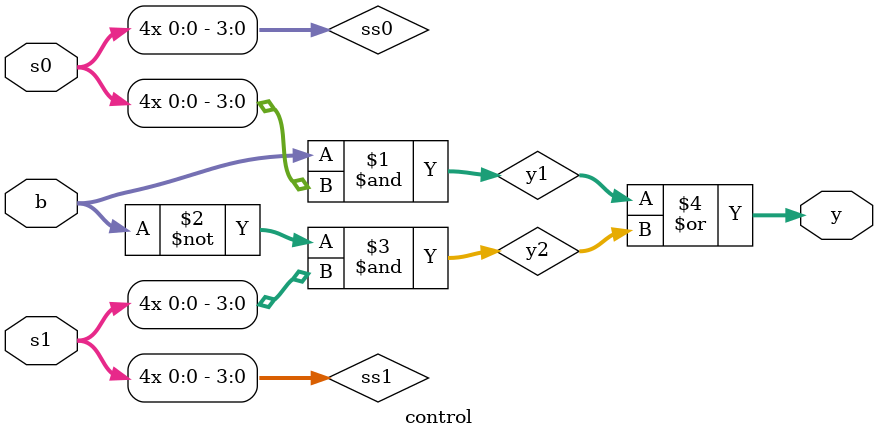
<source format=v>
module control(
    input [3:0]b,
    input s0,
    input s1 ,
    output [3:0]y
    );
    
    wire [3:0] y1;
    wire [3:0] y2 ;
    wire [3:0] ss0;
    wire [3:0] ss1;
    
    assign ss0[0] = s0 ;
    assign ss0[1] = s0 ;
    assign ss0[2] = s0 ;
    assign ss0[3] = s0 ;
    
    assign ss1[0] = s1 ;
    assign ss1[1] = s1 ;
    assign ss1[2] = s1 ;
    assign ss1[3] = s1 ;
    
    assign y1 = b & ss0 ;
    assign y2 = (~b) & ss1 ; 
    
    assign y = y1 | y2 ;
    
endmodule
</source>
